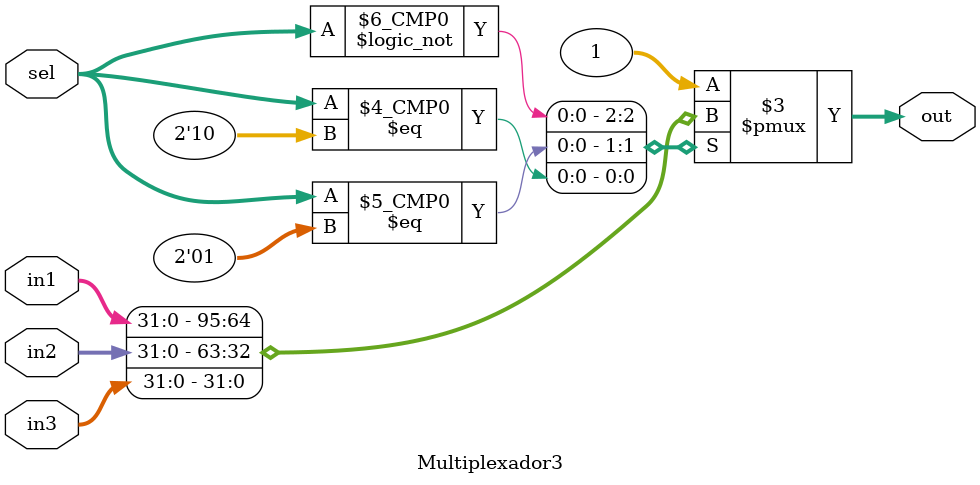
<source format=v>
module Multiplexador3 (sel, in1, in2, in3, out);

input [1:0] sel;
input [31:0] in1;
input [31:0] in2;
input [31:0] in3;
output reg [31:0] out;

always @ (*)
	case (sel)
		2'b00: out = in1;
		2'b01: out = in2;
		2'b10: out = in3;
		default: out = 32'b1;
	endcase
endmodule
</source>
